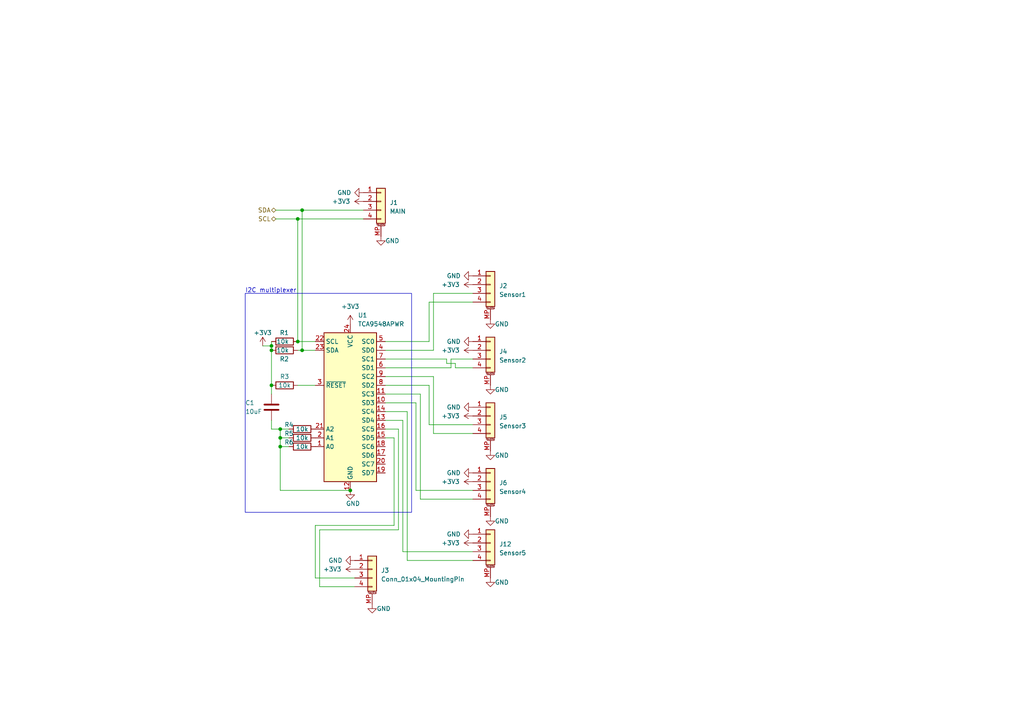
<source format=kicad_sch>
(kicad_sch (version 20230121) (generator eeschema)

  (uuid ed003948-a473-4077-9320-a344d219fd36)

  (paper "A4")

  (lib_symbols
    (symbol "Connector_Generic_MountingPin:Conn_01x04_MountingPin" (pin_names (offset 1.016) hide) (in_bom yes) (on_board yes)
      (property "Reference" "J" (at 0 5.08 0)
        (effects (font (size 1.27 1.27)))
      )
      (property "Value" "Conn_01x04_MountingPin" (at 1.27 -7.62 0)
        (effects (font (size 1.27 1.27)) (justify left))
      )
      (property "Footprint" "" (at 0 0 0)
        (effects (font (size 1.27 1.27)) hide)
      )
      (property "Datasheet" "~" (at 0 0 0)
        (effects (font (size 1.27 1.27)) hide)
      )
      (property "ki_keywords" "connector" (at 0 0 0)
        (effects (font (size 1.27 1.27)) hide)
      )
      (property "ki_description" "Generic connectable mounting pin connector, single row, 01x04, script generated (kicad-library-utils/schlib/autogen/connector/)" (at 0 0 0)
        (effects (font (size 1.27 1.27)) hide)
      )
      (property "ki_fp_filters" "Connector*:*_1x??-1MP*" (at 0 0 0)
        (effects (font (size 1.27 1.27)) hide)
      )
      (symbol "Conn_01x04_MountingPin_1_1"
        (rectangle (start -1.27 -4.953) (end 0 -5.207)
          (stroke (width 0.1524) (type default))
          (fill (type none))
        )
        (rectangle (start -1.27 -2.413) (end 0 -2.667)
          (stroke (width 0.1524) (type default))
          (fill (type none))
        )
        (rectangle (start -1.27 0.127) (end 0 -0.127)
          (stroke (width 0.1524) (type default))
          (fill (type none))
        )
        (rectangle (start -1.27 2.667) (end 0 2.413)
          (stroke (width 0.1524) (type default))
          (fill (type none))
        )
        (rectangle (start -1.27 3.81) (end 1.27 -6.35)
          (stroke (width 0.254) (type default))
          (fill (type background))
        )
        (polyline
          (pts
            (xy -1.016 -7.112)
            (xy 1.016 -7.112)
          )
          (stroke (width 0.1524) (type default))
          (fill (type none))
        )
        (text "Mounting" (at 0 -6.731 0)
          (effects (font (size 0.381 0.381)))
        )
        (pin passive line (at -5.08 2.54 0) (length 3.81)
          (name "Pin_1" (effects (font (size 1.27 1.27))))
          (number "1" (effects (font (size 1.27 1.27))))
        )
        (pin passive line (at -5.08 0 0) (length 3.81)
          (name "Pin_2" (effects (font (size 1.27 1.27))))
          (number "2" (effects (font (size 1.27 1.27))))
        )
        (pin passive line (at -5.08 -2.54 0) (length 3.81)
          (name "Pin_3" (effects (font (size 1.27 1.27))))
          (number "3" (effects (font (size 1.27 1.27))))
        )
        (pin passive line (at -5.08 -5.08 0) (length 3.81)
          (name "Pin_4" (effects (font (size 1.27 1.27))))
          (number "4" (effects (font (size 1.27 1.27))))
        )
        (pin passive line (at 0 -10.16 90) (length 3.048)
          (name "MountPin" (effects (font (size 1.27 1.27))))
          (number "MP" (effects (font (size 1.27 1.27))))
        )
      )
    )
    (symbol "Device:C" (pin_numbers hide) (pin_names (offset 0.254)) (in_bom yes) (on_board yes)
      (property "Reference" "C" (at 0.635 2.54 0)
        (effects (font (size 1.27 1.27)) (justify left))
      )
      (property "Value" "C" (at 0.635 -2.54 0)
        (effects (font (size 1.27 1.27)) (justify left))
      )
      (property "Footprint" "" (at 0.9652 -3.81 0)
        (effects (font (size 1.27 1.27)) hide)
      )
      (property "Datasheet" "~" (at 0 0 0)
        (effects (font (size 1.27 1.27)) hide)
      )
      (property "ki_keywords" "cap capacitor" (at 0 0 0)
        (effects (font (size 1.27 1.27)) hide)
      )
      (property "ki_description" "Unpolarized capacitor" (at 0 0 0)
        (effects (font (size 1.27 1.27)) hide)
      )
      (property "ki_fp_filters" "C_*" (at 0 0 0)
        (effects (font (size 1.27 1.27)) hide)
      )
      (symbol "C_0_1"
        (polyline
          (pts
            (xy -2.032 -0.762)
            (xy 2.032 -0.762)
          )
          (stroke (width 0.508) (type default))
          (fill (type none))
        )
        (polyline
          (pts
            (xy -2.032 0.762)
            (xy 2.032 0.762)
          )
          (stroke (width 0.508) (type default))
          (fill (type none))
        )
      )
      (symbol "C_1_1"
        (pin passive line (at 0 3.81 270) (length 2.794)
          (name "~" (effects (font (size 1.27 1.27))))
          (number "1" (effects (font (size 1.27 1.27))))
        )
        (pin passive line (at 0 -3.81 90) (length 2.794)
          (name "~" (effects (font (size 1.27 1.27))))
          (number "2" (effects (font (size 1.27 1.27))))
        )
      )
    )
    (symbol "Device:R" (pin_numbers hide) (pin_names (offset 0)) (in_bom yes) (on_board yes)
      (property "Reference" "R" (at 2.032 0 90)
        (effects (font (size 1.27 1.27)))
      )
      (property "Value" "R" (at 0 0 90)
        (effects (font (size 1.27 1.27)))
      )
      (property "Footprint" "" (at -1.778 0 90)
        (effects (font (size 1.27 1.27)) hide)
      )
      (property "Datasheet" "~" (at 0 0 0)
        (effects (font (size 1.27 1.27)) hide)
      )
      (property "ki_keywords" "R res resistor" (at 0 0 0)
        (effects (font (size 1.27 1.27)) hide)
      )
      (property "ki_description" "Resistor" (at 0 0 0)
        (effects (font (size 1.27 1.27)) hide)
      )
      (property "ki_fp_filters" "R_*" (at 0 0 0)
        (effects (font (size 1.27 1.27)) hide)
      )
      (symbol "R_0_1"
        (rectangle (start -1.016 -2.54) (end 1.016 2.54)
          (stroke (width 0.254) (type default))
          (fill (type none))
        )
      )
      (symbol "R_1_1"
        (pin passive line (at 0 3.81 270) (length 1.27)
          (name "~" (effects (font (size 1.27 1.27))))
          (number "1" (effects (font (size 1.27 1.27))))
        )
        (pin passive line (at 0 -3.81 90) (length 1.27)
          (name "~" (effects (font (size 1.27 1.27))))
          (number "2" (effects (font (size 1.27 1.27))))
        )
      )
    )
    (symbol "Interface_Expansion:TCA9548APWR" (in_bom yes) (on_board yes)
      (property "Reference" "U" (at -7.62 21.59 0)
        (effects (font (size 1.27 1.27)) (justify left))
      )
      (property "Value" "TCA9548APWR" (at 1.016 21.59 0)
        (effects (font (size 1.27 1.27)) (justify left))
      )
      (property "Footprint" "Package_SO:TSSOP-24_4.4x7.8mm_P0.65mm" (at 0 -25.4 0)
        (effects (font (size 1.27 1.27)) hide)
      )
      (property "Datasheet" "http://www.ti.com/lit/ds/symlink/tca9548a.pdf" (at 1.27 6.35 0)
        (effects (font (size 1.27 1.27)) hide)
      )
      (property "ki_keywords" "Low voltage 8-channel I2C switch with reset" (at 0 0 0)
        (effects (font (size 1.27 1.27)) hide)
      )
      (property "ki_description" "Low voltage 8-channel I2C switch with reset, TSSOP-24" (at 0 0 0)
        (effects (font (size 1.27 1.27)) hide)
      )
      (property "ki_fp_filters" "TSSOP*4.4x7.8mm*P0.65mm*" (at 0 0 0)
        (effects (font (size 1.27 1.27)) hide)
      )
      (symbol "TCA9548APWR_0_1"
        (rectangle (start -7.62 20.32) (end 7.62 -22.86)
          (stroke (width 0.254) (type default))
          (fill (type background))
        )
      )
      (symbol "TCA9548APWR_1_1"
        (pin input line (at -10.16 -12.7 0) (length 2.54)
          (name "A0" (effects (font (size 1.27 1.27))))
          (number "1" (effects (font (size 1.27 1.27))))
        )
        (pin bidirectional line (at 10.16 0 180) (length 2.54)
          (name "SD3" (effects (font (size 1.27 1.27))))
          (number "10" (effects (font (size 1.27 1.27))))
        )
        (pin output line (at 10.16 2.54 180) (length 2.54)
          (name "SC3" (effects (font (size 1.27 1.27))))
          (number "11" (effects (font (size 1.27 1.27))))
        )
        (pin power_in line (at 0 -25.4 90) (length 2.54)
          (name "GND" (effects (font (size 1.27 1.27))))
          (number "12" (effects (font (size 1.27 1.27))))
        )
        (pin bidirectional line (at 10.16 -5.08 180) (length 2.54)
          (name "SD4" (effects (font (size 1.27 1.27))))
          (number "13" (effects (font (size 1.27 1.27))))
        )
        (pin output line (at 10.16 -2.54 180) (length 2.54)
          (name "SC4" (effects (font (size 1.27 1.27))))
          (number "14" (effects (font (size 1.27 1.27))))
        )
        (pin bidirectional line (at 10.16 -10.16 180) (length 2.54)
          (name "SD5" (effects (font (size 1.27 1.27))))
          (number "15" (effects (font (size 1.27 1.27))))
        )
        (pin output line (at 10.16 -7.62 180) (length 2.54)
          (name "SC5" (effects (font (size 1.27 1.27))))
          (number "16" (effects (font (size 1.27 1.27))))
        )
        (pin bidirectional line (at 10.16 -15.24 180) (length 2.54)
          (name "SD6" (effects (font (size 1.27 1.27))))
          (number "17" (effects (font (size 1.27 1.27))))
        )
        (pin output line (at 10.16 -12.7 180) (length 2.54)
          (name "SC6" (effects (font (size 1.27 1.27))))
          (number "18" (effects (font (size 1.27 1.27))))
        )
        (pin bidirectional line (at 10.16 -20.32 180) (length 2.54)
          (name "SD7" (effects (font (size 1.27 1.27))))
          (number "19" (effects (font (size 1.27 1.27))))
        )
        (pin input line (at -10.16 -10.16 0) (length 2.54)
          (name "A1" (effects (font (size 1.27 1.27))))
          (number "2" (effects (font (size 1.27 1.27))))
        )
        (pin output line (at 10.16 -17.78 180) (length 2.54)
          (name "SC7" (effects (font (size 1.27 1.27))))
          (number "20" (effects (font (size 1.27 1.27))))
        )
        (pin input line (at -10.16 -7.62 0) (length 2.54)
          (name "A2" (effects (font (size 1.27 1.27))))
          (number "21" (effects (font (size 1.27 1.27))))
        )
        (pin input line (at -10.16 17.78 0) (length 2.54)
          (name "SCL" (effects (font (size 1.27 1.27))))
          (number "22" (effects (font (size 1.27 1.27))))
        )
        (pin bidirectional line (at -10.16 15.24 0) (length 2.54)
          (name "SDA" (effects (font (size 1.27 1.27))))
          (number "23" (effects (font (size 1.27 1.27))))
        )
        (pin power_in line (at 0 22.86 270) (length 2.54)
          (name "VCC" (effects (font (size 1.27 1.27))))
          (number "24" (effects (font (size 1.27 1.27))))
        )
        (pin input line (at -10.16 5.08 0) (length 2.54)
          (name "~{RESET}" (effects (font (size 1.27 1.27))))
          (number "3" (effects (font (size 1.27 1.27))))
        )
        (pin bidirectional line (at 10.16 15.24 180) (length 2.54)
          (name "SD0" (effects (font (size 1.27 1.27))))
          (number "4" (effects (font (size 1.27 1.27))))
        )
        (pin output line (at 10.16 17.78 180) (length 2.54)
          (name "SC0" (effects (font (size 1.27 1.27))))
          (number "5" (effects (font (size 1.27 1.27))))
        )
        (pin bidirectional line (at 10.16 10.16 180) (length 2.54)
          (name "SD1" (effects (font (size 1.27 1.27))))
          (number "6" (effects (font (size 1.27 1.27))))
        )
        (pin output line (at 10.16 12.7 180) (length 2.54)
          (name "SC1" (effects (font (size 1.27 1.27))))
          (number "7" (effects (font (size 1.27 1.27))))
        )
        (pin bidirectional line (at 10.16 5.08 180) (length 2.54)
          (name "SD2" (effects (font (size 1.27 1.27))))
          (number "8" (effects (font (size 1.27 1.27))))
        )
        (pin output line (at 10.16 7.62 180) (length 2.54)
          (name "SC2" (effects (font (size 1.27 1.27))))
          (number "9" (effects (font (size 1.27 1.27))))
        )
      )
    )
    (symbol "power:+3V3" (power) (pin_names (offset 0)) (in_bom yes) (on_board yes)
      (property "Reference" "#PWR" (at 0 -3.81 0)
        (effects (font (size 1.27 1.27)) hide)
      )
      (property "Value" "+3V3" (at 0 3.556 0)
        (effects (font (size 1.27 1.27)))
      )
      (property "Footprint" "" (at 0 0 0)
        (effects (font (size 1.27 1.27)) hide)
      )
      (property "Datasheet" "" (at 0 0 0)
        (effects (font (size 1.27 1.27)) hide)
      )
      (property "ki_keywords" "global power" (at 0 0 0)
        (effects (font (size 1.27 1.27)) hide)
      )
      (property "ki_description" "Power symbol creates a global label with name \"+3V3\"" (at 0 0 0)
        (effects (font (size 1.27 1.27)) hide)
      )
      (symbol "+3V3_0_1"
        (polyline
          (pts
            (xy -0.762 1.27)
            (xy 0 2.54)
          )
          (stroke (width 0) (type default))
          (fill (type none))
        )
        (polyline
          (pts
            (xy 0 0)
            (xy 0 2.54)
          )
          (stroke (width 0) (type default))
          (fill (type none))
        )
        (polyline
          (pts
            (xy 0 2.54)
            (xy 0.762 1.27)
          )
          (stroke (width 0) (type default))
          (fill (type none))
        )
      )
      (symbol "+3V3_1_1"
        (pin power_in line (at 0 0 90) (length 0) hide
          (name "+3V3" (effects (font (size 1.27 1.27))))
          (number "1" (effects (font (size 1.27 1.27))))
        )
      )
    )
    (symbol "power:GND" (power) (pin_names (offset 0)) (in_bom yes) (on_board yes)
      (property "Reference" "#PWR" (at 0 -6.35 0)
        (effects (font (size 1.27 1.27)) hide)
      )
      (property "Value" "GND" (at 0 -3.81 0)
        (effects (font (size 1.27 1.27)))
      )
      (property "Footprint" "" (at 0 0 0)
        (effects (font (size 1.27 1.27)) hide)
      )
      (property "Datasheet" "" (at 0 0 0)
        (effects (font (size 1.27 1.27)) hide)
      )
      (property "ki_keywords" "global power" (at 0 0 0)
        (effects (font (size 1.27 1.27)) hide)
      )
      (property "ki_description" "Power symbol creates a global label with name \"GND\" , ground" (at 0 0 0)
        (effects (font (size 1.27 1.27)) hide)
      )
      (symbol "GND_0_1"
        (polyline
          (pts
            (xy 0 0)
            (xy 0 -1.27)
            (xy 1.27 -1.27)
            (xy 0 -2.54)
            (xy -1.27 -1.27)
            (xy 0 -1.27)
          )
          (stroke (width 0) (type default))
          (fill (type none))
        )
      )
      (symbol "GND_1_1"
        (pin power_in line (at 0 0 270) (length 0) hide
          (name "GND" (effects (font (size 1.27 1.27))))
          (number "1" (effects (font (size 1.27 1.27))))
        )
      )
    )
  )

  (junction (at 78.74 101.6) (diameter 0) (color 0 0 0 0)
    (uuid 16fdcffe-63e9-47db-9c13-72f7ec7310d8)
  )
  (junction (at 87.63 60.96) (diameter 0) (color 0 0 0 0)
    (uuid 23daecd6-0e94-49fa-8f9d-712891842adb)
  )
  (junction (at 81.28 129.54) (diameter 0) (color 0 0 0 0)
    (uuid 27d780ee-b5b1-4e42-a799-d0dd9ed8db46)
  )
  (junction (at 87.63 101.6) (diameter 0) (color 0 0 0 0)
    (uuid 2daeb39c-88d2-4980-943a-b83937ecf58d)
  )
  (junction (at 86.36 63.5) (diameter 0) (color 0 0 0 0)
    (uuid 2f9251fb-6bba-49a7-896c-25caee5de50a)
  )
  (junction (at 78.74 100.33) (diameter 0) (color 0 0 0 0)
    (uuid 33a073fc-e6e1-4275-adee-cf929973f29f)
  )
  (junction (at 81.28 127) (diameter 0) (color 0 0 0 0)
    (uuid 52e575f0-c0b6-469b-a6e8-d263407d41f1)
  )
  (junction (at 81.28 124.46) (diameter 0) (color 0 0 0 0)
    (uuid babef8d4-cd37-440e-94ca-cde1df0ebc5d)
  )
  (junction (at 86.36 99.06) (diameter 0) (color 0 0 0 0)
    (uuid c2b1bc4f-53af-4570-a639-bb03f4aebeac)
  )
  (junction (at 78.74 111.76) (diameter 0) (color 0 0 0 0)
    (uuid e644b8f3-ddde-4697-bbc1-9bd0fbf24f92)
  )
  (junction (at 101.6 142.24) (diameter 0) (color 0 0 0 0)
    (uuid f429be1c-845f-4610-acb1-118afe692b47)
  )

  (wire (pts (xy 78.74 121.92) (xy 78.74 124.46))
    (stroke (width 0) (type default))
    (uuid 00123d4d-b097-4d8e-8f5f-41bbd6fd4c28)
  )
  (wire (pts (xy 86.36 63.5) (xy 86.36 99.06))
    (stroke (width 0) (type default))
    (uuid 0332dd10-88c1-4afc-9628-bcb3f7581c12)
  )
  (wire (pts (xy 121.92 144.78) (xy 137.16 144.78))
    (stroke (width 0) (type default))
    (uuid 03343494-7ccf-4d34-8ccb-c6fbbd75b497)
  )
  (wire (pts (xy 125.73 85.09) (xy 137.16 85.09))
    (stroke (width 0) (type default))
    (uuid 055a765f-e0d2-4648-b260-eca78f7a5080)
  )
  (wire (pts (xy 114.3 127) (xy 114.3 152.4))
    (stroke (width 0) (type default))
    (uuid 06c4350e-3403-441a-9b76-a63f72d0d2f3)
  )
  (wire (pts (xy 118.11 119.38) (xy 118.11 162.56))
    (stroke (width 0) (type default))
    (uuid 0f4e45b2-2a0d-48df-b9dd-09b1cb955669)
  )
  (wire (pts (xy 81.28 142.24) (xy 101.6 142.24))
    (stroke (width 0) (type default))
    (uuid 10ba87dd-c920-439c-b682-8c31182b01f6)
  )
  (wire (pts (xy 114.3 152.4) (xy 91.44 152.4))
    (stroke (width 0) (type default))
    (uuid 195c082f-3960-4e41-8b35-4ef55c989a8c)
  )
  (wire (pts (xy 87.63 60.96) (xy 87.63 101.6))
    (stroke (width 0) (type default))
    (uuid 1ddee5eb-b16a-4fdb-89fa-981ceedc9cc8)
  )
  (wire (pts (xy 81.28 124.46) (xy 81.28 127))
    (stroke (width 0) (type default))
    (uuid 27b62c9d-65ac-470d-beee-1c8b50eb8574)
  )
  (wire (pts (xy 111.76 99.06) (xy 124.46 99.06))
    (stroke (width 0) (type default))
    (uuid 2b8e5395-facc-42ab-ab07-60bc7b43fd7b)
  )
  (wire (pts (xy 92.71 153.67) (xy 92.71 170.18))
    (stroke (width 0) (type default))
    (uuid 3958bf1e-7e8b-42ff-95ce-dc40d4d043cd)
  )
  (wire (pts (xy 120.65 142.24) (xy 137.16 142.24))
    (stroke (width 0) (type default))
    (uuid 39e3cf48-fef8-4ff4-8e70-60b767b7088c)
  )
  (wire (pts (xy 91.44 152.4) (xy 91.44 167.64))
    (stroke (width 0) (type default))
    (uuid 3b70cd11-6568-4e9a-8ffd-25d7314d2722)
  )
  (wire (pts (xy 132.08 106.68) (xy 137.16 106.68))
    (stroke (width 0) (type default))
    (uuid 3f198b18-471c-4eb7-ad63-96f6fb1b2c7b)
  )
  (wire (pts (xy 124.46 87.63) (xy 137.16 87.63))
    (stroke (width 0) (type default))
    (uuid 46cae2c1-69c1-402d-bf3e-02c4b4262098)
  )
  (wire (pts (xy 78.74 124.46) (xy 81.28 124.46))
    (stroke (width 0) (type default))
    (uuid 4b0867f8-064f-4b2e-ad3d-1d5b0c9fbfbe)
  )
  (wire (pts (xy 111.76 127) (xy 114.3 127))
    (stroke (width 0) (type default))
    (uuid 50375b8b-8580-47fc-9dfe-61eaef97133f)
  )
  (wire (pts (xy 111.76 109.22) (xy 125.73 109.22))
    (stroke (width 0) (type default))
    (uuid 504ffc13-057f-4f7a-b317-7f590a176753)
  )
  (wire (pts (xy 124.46 111.76) (xy 124.46 123.19))
    (stroke (width 0) (type default))
    (uuid 512633e5-974b-4c2e-afc5-b18df1e9d55f)
  )
  (wire (pts (xy 129.54 105.41) (xy 132.08 105.41))
    (stroke (width 0) (type default))
    (uuid 52b6718e-66ca-4074-9224-738cd6245af7)
  )
  (wire (pts (xy 111.76 116.84) (xy 120.65 116.84))
    (stroke (width 0) (type default))
    (uuid 57f9a04f-a90f-4950-a18f-cf63fe45f160)
  )
  (wire (pts (xy 116.84 121.92) (xy 116.84 160.02))
    (stroke (width 0) (type default))
    (uuid 59177e43-9d29-498a-b565-b5f0642226a6)
  )
  (wire (pts (xy 120.65 116.84) (xy 120.65 142.24))
    (stroke (width 0) (type default))
    (uuid 599f776f-1bc5-45c4-9546-d25b2f61a20e)
  )
  (wire (pts (xy 130.81 106.68) (xy 130.81 104.14))
    (stroke (width 0) (type default))
    (uuid 5a339867-96ac-47a1-b869-ef79dc001c63)
  )
  (wire (pts (xy 78.74 99.06) (xy 78.74 100.33))
    (stroke (width 0) (type default))
    (uuid 5c5860c6-c157-4984-a9e2-b763c0e0583c)
  )
  (wire (pts (xy 91.44 167.64) (xy 102.87 167.64))
    (stroke (width 0) (type default))
    (uuid 64c45080-731a-4352-9cb1-107b367f0557)
  )
  (wire (pts (xy 81.28 127) (xy 83.82 127))
    (stroke (width 0) (type default))
    (uuid 6531d438-d8f5-46e5-b6e4-e27a278533cc)
  )
  (wire (pts (xy 115.57 124.46) (xy 115.57 153.67))
    (stroke (width 0) (type default))
    (uuid 6b2bea06-6ee6-44b6-8abb-06e5546ca751)
  )
  (wire (pts (xy 83.82 124.46) (xy 81.28 124.46))
    (stroke (width 0) (type default))
    (uuid 71581952-922a-459b-b473-57e92a6e8f41)
  )
  (wire (pts (xy 78.74 111.76) (xy 78.74 101.6))
    (stroke (width 0) (type default))
    (uuid 743d4cd8-4308-4d07-9bf4-dd404f459164)
  )
  (wire (pts (xy 86.36 63.5) (xy 105.41 63.5))
    (stroke (width 0) (type default))
    (uuid 7669b514-f644-48d2-89df-6dd146f4221f)
  )
  (wire (pts (xy 78.74 100.33) (xy 78.74 101.6))
    (stroke (width 0) (type default))
    (uuid 76b64095-f480-456f-9396-b05a813b487a)
  )
  (wire (pts (xy 81.28 129.54) (xy 81.28 142.24))
    (stroke (width 0) (type default))
    (uuid 82089e41-dbd3-4802-9c0c-aa24ee024983)
  )
  (wire (pts (xy 111.76 114.3) (xy 121.92 114.3))
    (stroke (width 0) (type default))
    (uuid 83396e2f-3c28-462f-8303-50ec93d205ca)
  )
  (wire (pts (xy 115.57 153.67) (xy 92.71 153.67))
    (stroke (width 0) (type default))
    (uuid 85098607-7be1-48ce-a4e0-dbbaf2204f74)
  )
  (wire (pts (xy 118.11 162.56) (xy 137.16 162.56))
    (stroke (width 0) (type default))
    (uuid 8ab841f5-102b-4c12-82af-7945906d416d)
  )
  (wire (pts (xy 83.82 129.54) (xy 81.28 129.54))
    (stroke (width 0) (type default))
    (uuid 8d70d58c-b9a5-4b42-a60d-4febbabe41e2)
  )
  (wire (pts (xy 116.84 160.02) (xy 137.16 160.02))
    (stroke (width 0) (type default))
    (uuid 8ea70979-e99e-472e-99ba-260818e72088)
  )
  (wire (pts (xy 80.01 60.96) (xy 87.63 60.96))
    (stroke (width 0) (type default))
    (uuid 910fddc1-821b-46cc-aec1-3e0a7d3972ca)
  )
  (wire (pts (xy 132.08 105.41) (xy 132.08 106.68))
    (stroke (width 0) (type default))
    (uuid 92772dbe-340f-4a35-91ac-fc266193aa31)
  )
  (wire (pts (xy 124.46 123.19) (xy 137.16 123.19))
    (stroke (width 0) (type default))
    (uuid 9362ad8c-e3cf-4751-a401-b3874e5e9cdb)
  )
  (wire (pts (xy 125.73 125.73) (xy 137.16 125.73))
    (stroke (width 0) (type default))
    (uuid 9ba54c84-8cfb-418a-815d-ff55c39a640e)
  )
  (wire (pts (xy 124.46 99.06) (xy 124.46 87.63))
    (stroke (width 0) (type default))
    (uuid 9de0afe2-12c2-41cd-a9b6-55397377aa95)
  )
  (wire (pts (xy 111.76 111.76) (xy 124.46 111.76))
    (stroke (width 0) (type default))
    (uuid a816ed59-71a2-429e-a9e5-d639bdbfd798)
  )
  (wire (pts (xy 111.76 119.38) (xy 118.11 119.38))
    (stroke (width 0) (type default))
    (uuid aa7d330b-b410-4d00-9739-aa24be591c5f)
  )
  (wire (pts (xy 86.36 101.6) (xy 87.63 101.6))
    (stroke (width 0) (type default))
    (uuid ac9b799e-6d36-474e-97c1-970ddb724b74)
  )
  (wire (pts (xy 87.63 60.96) (xy 105.41 60.96))
    (stroke (width 0) (type default))
    (uuid acaddc81-e774-4203-afc4-db2f22239787)
  )
  (wire (pts (xy 111.76 106.68) (xy 130.81 106.68))
    (stroke (width 0) (type default))
    (uuid b0590ffa-b508-429a-a81e-de18ab845e4b)
  )
  (wire (pts (xy 130.81 104.14) (xy 137.16 104.14))
    (stroke (width 0) (type default))
    (uuid b30c00e2-12fa-4ce2-8359-3f39aaedcf71)
  )
  (wire (pts (xy 86.36 99.06) (xy 91.44 99.06))
    (stroke (width 0) (type default))
    (uuid b5559a54-d8fc-4d68-a616-8c63569ba713)
  )
  (wire (pts (xy 80.01 63.5) (xy 86.36 63.5))
    (stroke (width 0) (type default))
    (uuid b84d2884-104a-48b7-8761-d9ee4b8ea295)
  )
  (wire (pts (xy 111.76 121.92) (xy 116.84 121.92))
    (stroke (width 0) (type default))
    (uuid b8f6db3c-0e70-40aa-b98e-7e8e44585eee)
  )
  (wire (pts (xy 129.54 104.14) (xy 129.54 105.41))
    (stroke (width 0) (type default))
    (uuid ba678348-e74f-4f2c-b9f5-7c37b21d0190)
  )
  (wire (pts (xy 111.76 104.14) (xy 129.54 104.14))
    (stroke (width 0) (type default))
    (uuid c0cecaf4-fd98-46b2-aa7e-4861078a6a86)
  )
  (wire (pts (xy 111.76 101.6) (xy 125.73 101.6))
    (stroke (width 0) (type default))
    (uuid c1f68fc3-da81-4908-9429-cd72a112050b)
  )
  (wire (pts (xy 81.28 127) (xy 81.28 129.54))
    (stroke (width 0) (type default))
    (uuid c3ffb0ca-37d0-4f5e-839f-cf8c036fddd2)
  )
  (wire (pts (xy 111.76 124.46) (xy 115.57 124.46))
    (stroke (width 0) (type default))
    (uuid c68b0c3b-da48-4218-b9e7-b643dd22cef6)
  )
  (wire (pts (xy 125.73 109.22) (xy 125.73 125.73))
    (stroke (width 0) (type default))
    (uuid d08eb191-5742-4c3d-afc3-de8eb3a0e67d)
  )
  (wire (pts (xy 86.36 111.76) (xy 91.44 111.76))
    (stroke (width 0) (type default))
    (uuid d3107fd0-d5a6-4cf6-b15f-b62a61cb18c9)
  )
  (wire (pts (xy 92.71 170.18) (xy 102.87 170.18))
    (stroke (width 0) (type default))
    (uuid d70836f9-3e8a-4ab8-9342-63488c0bbd74)
  )
  (wire (pts (xy 121.92 114.3) (xy 121.92 144.78))
    (stroke (width 0) (type default))
    (uuid d7c684fa-38d3-4628-a4b5-f74bc86f7354)
  )
  (wire (pts (xy 87.63 101.6) (xy 91.44 101.6))
    (stroke (width 0) (type default))
    (uuid e25c49f5-ac6d-4122-8aab-dfae8c41f873)
  )
  (wire (pts (xy 76.2 100.33) (xy 78.74 100.33))
    (stroke (width 0) (type default))
    (uuid ef7b4f7e-72fc-4fdb-9658-405efeb72210)
  )
  (wire (pts (xy 125.73 101.6) (xy 125.73 85.09))
    (stroke (width 0) (type default))
    (uuid f4d6d5ba-eff8-45f1-8963-6ae1a224597d)
  )
  (wire (pts (xy 78.74 111.76) (xy 78.74 114.3))
    (stroke (width 0) (type default))
    (uuid f56617a6-e897-4503-a3d0-9b112f6fbcac)
  )

  (rectangle (start 71.12 85.09) (end 119.38 148.59)
    (stroke (width 0) (type default))
    (fill (type none))
    (uuid 6ad95691-a57b-4c91-9bb6-cac9d6d7d1e8)
  )

  (text "I2C multiplexer" (at 71.12 85.09 0)
    (effects (font (size 1.27 1.27)) (justify left bottom))
    (uuid 663fb0c6-d8c9-473d-ae41-8e1884b618f5)
  )

  (hierarchical_label "SCL" (shape bidirectional) (at 80.01 63.5 180) (fields_autoplaced)
    (effects (font (size 1.27 1.27)) (justify right))
    (uuid 1ad0efce-b9cf-437e-8607-9be9a497d165)
  )
  (hierarchical_label "SDA" (shape bidirectional) (at 80.01 60.96 180) (fields_autoplaced)
    (effects (font (size 1.27 1.27)) (justify right))
    (uuid 8fc4faf3-1c40-4de5-8155-3289eca6f406)
  )

  (symbol (lib_id "power:GND") (at 137.16 80.01 270) (unit 1)
    (in_bom yes) (on_board yes) (dnp no)
    (uuid 036a2936-7aa0-462d-8f77-e47650278316)
    (property "Reference" "#PWR030" (at 130.81 80.01 0)
      (effects (font (size 1.27 1.27)) hide)
    )
    (property "Value" "GND" (at 129.54 80.01 90)
      (effects (font (size 1.27 1.27)) (justify left))
    )
    (property "Footprint" "" (at 137.16 80.01 0)
      (effects (font (size 1.27 1.27)) hide)
    )
    (property "Datasheet" "" (at 137.16 80.01 0)
      (effects (font (size 1.27 1.27)) hide)
    )
    (pin "1" (uuid aba0a85a-022e-4875-80c6-58a3d39e58f3))
    (instances
      (project "Robotska roka"
        (path "/bdf22c8f-9e15-4108-b2ec-b64a829a0d47"
          (reference "#PWR030") (unit 1)
        )
        (path "/bdf22c8f-9e15-4108-b2ec-b64a829a0d47/f18c9445-9b58-4aaf-870e-092762fb1c96"
          (reference "#PWR0310") (unit 1)
        )
      )
    )
  )

  (symbol (lib_id "power:GND") (at 142.24 111.76 0) (unit 1)
    (in_bom yes) (on_board yes) (dnp no)
    (uuid 09b19493-b190-410d-9f03-7d02e79b6611)
    (property "Reference" "#PWR031" (at 142.24 118.11 0)
      (effects (font (size 1.27 1.27)) hide)
    )
    (property "Value" "GND" (at 143.51 113.03 0)
      (effects (font (size 1.27 1.27)) (justify left))
    )
    (property "Footprint" "" (at 142.24 111.76 0)
      (effects (font (size 1.27 1.27)) hide)
    )
    (property "Datasheet" "" (at 142.24 111.76 0)
      (effects (font (size 1.27 1.27)) hide)
    )
    (pin "1" (uuid e8c94aef-72d9-473b-9b2f-0f2038d3d588))
    (instances
      (project "Robotska roka"
        (path "/bdf22c8f-9e15-4108-b2ec-b64a829a0d47"
          (reference "#PWR031") (unit 1)
        )
        (path "/bdf22c8f-9e15-4108-b2ec-b64a829a0d47/f18c9445-9b58-4aaf-870e-092762fb1c96"
          (reference "#PWR0321") (unit 1)
        )
      )
    )
  )

  (symbol (lib_id "power:GND") (at 101.6 142.24 0) (unit 1)
    (in_bom yes) (on_board yes) (dnp no)
    (uuid 0d2900ea-c96f-459a-8405-a56a5221d3ae)
    (property "Reference" "#PWR023" (at 101.6 148.59 0)
      (effects (font (size 1.27 1.27)) hide)
    )
    (property "Value" "GND" (at 100.33 146.05 0)
      (effects (font (size 1.27 1.27)) (justify left))
    )
    (property "Footprint" "" (at 101.6 142.24 0)
      (effects (font (size 1.27 1.27)) hide)
    )
    (property "Datasheet" "" (at 101.6 142.24 0)
      (effects (font (size 1.27 1.27)) hide)
    )
    (pin "1" (uuid 37ea27f8-157a-4281-b292-0b7b2425ae42))
    (instances
      (project "Robotska roka"
        (path "/bdf22c8f-9e15-4108-b2ec-b64a829a0d47"
          (reference "#PWR023") (unit 1)
        )
        (path "/bdf22c8f-9e15-4108-b2ec-b64a829a0d47/f18c9445-9b58-4aaf-870e-092762fb1c96"
          (reference "#PWR0303") (unit 1)
        )
      )
    )
  )

  (symbol (lib_id "power:GND") (at 142.24 149.86 0) (unit 1)
    (in_bom yes) (on_board yes) (dnp no)
    (uuid 1977f911-f738-4857-974d-c0c5b9d4273d)
    (property "Reference" "#PWR037" (at 142.24 156.21 0)
      (effects (font (size 1.27 1.27)) hide)
    )
    (property "Value" "GND" (at 143.51 151.13 0)
      (effects (font (size 1.27 1.27)) (justify left))
    )
    (property "Footprint" "" (at 142.24 149.86 0)
      (effects (font (size 1.27 1.27)) hide)
    )
    (property "Datasheet" "" (at 142.24 149.86 0)
      (effects (font (size 1.27 1.27)) hide)
    )
    (pin "1" (uuid 163dafb6-f695-47b0-bd5d-e55387c0cd40))
    (instances
      (project "Robotska roka"
        (path "/bdf22c8f-9e15-4108-b2ec-b64a829a0d47"
          (reference "#PWR037") (unit 1)
        )
        (path "/bdf22c8f-9e15-4108-b2ec-b64a829a0d47/f18c9445-9b58-4aaf-870e-092762fb1c96"
          (reference "#PWR0323") (unit 1)
        )
      )
    )
  )

  (symbol (lib_id "Device:C") (at 78.74 118.11 0) (unit 1)
    (in_bom yes) (on_board yes) (dnp no)
    (uuid 1ca9327c-17e3-4ea6-a2aa-d241e1f59041)
    (property "Reference" "C1" (at 71.12 116.84 0)
      (effects (font (size 1.27 1.27)) (justify left))
    )
    (property "Value" "10uF" (at 71.12 119.38 0)
      (effects (font (size 1.27 1.27)) (justify left))
    )
    (property "Footprint" "Capacitor_SMD:C_0805_2012Metric_Pad1.18x1.45mm_HandSolder" (at 79.7052 121.92 0)
      (effects (font (size 1.27 1.27)) hide)
    )
    (property "Datasheet" "~" (at 78.74 118.11 0)
      (effects (font (size 1.27 1.27)) hide)
    )
    (pin "1" (uuid 6f6f4fc3-d2b8-4422-b218-1120e1c2adc2))
    (pin "2" (uuid 9ca9b6ad-3bdb-438c-8f4e-3f790ef3e611))
    (instances
      (project "Robotska roka"
        (path "/bdf22c8f-9e15-4108-b2ec-b64a829a0d47"
          (reference "C1") (unit 1)
        )
        (path "/bdf22c8f-9e15-4108-b2ec-b64a829a0d47/f18c9445-9b58-4aaf-870e-092762fb1c96"
          (reference "C301") (unit 1)
        )
      )
    )
  )

  (symbol (lib_id "power:GND") (at 137.16 99.06 270) (unit 1)
    (in_bom yes) (on_board yes) (dnp no)
    (uuid 1cd58216-d5c4-41d9-8fe4-4f6bf30db084)
    (property "Reference" "#PWR027" (at 130.81 99.06 0)
      (effects (font (size 1.27 1.27)) hide)
    )
    (property "Value" "GND" (at 129.54 99.06 90)
      (effects (font (size 1.27 1.27)) (justify left))
    )
    (property "Footprint" "" (at 137.16 99.06 0)
      (effects (font (size 1.27 1.27)) hide)
    )
    (property "Datasheet" "" (at 137.16 99.06 0)
      (effects (font (size 1.27 1.27)) hide)
    )
    (pin "1" (uuid c03f17a0-e7e2-4ee4-8909-ec9ff75bd8b5))
    (instances
      (project "Robotska roka"
        (path "/bdf22c8f-9e15-4108-b2ec-b64a829a0d47"
          (reference "#PWR027") (unit 1)
        )
        (path "/bdf22c8f-9e15-4108-b2ec-b64a829a0d47/f18c9445-9b58-4aaf-870e-092762fb1c96"
          (reference "#PWR0312") (unit 1)
        )
      )
    )
  )

  (symbol (lib_id "power:GND") (at 102.87 162.56 270) (unit 1)
    (in_bom yes) (on_board yes) (dnp no)
    (uuid 1e3860c9-9bdc-4616-ac68-c64bd665be64)
    (property "Reference" "#PWR042" (at 96.52 162.56 0)
      (effects (font (size 1.27 1.27)) hide)
    )
    (property "Value" "GND" (at 95.25 162.56 90)
      (effects (font (size 1.27 1.27)) (justify left))
    )
    (property "Footprint" "" (at 102.87 162.56 0)
      (effects (font (size 1.27 1.27)) hide)
    )
    (property "Datasheet" "" (at 102.87 162.56 0)
      (effects (font (size 1.27 1.27)) hide)
    )
    (pin "1" (uuid 3ad116e6-131a-4524-8363-a3eedb61a84a))
    (instances
      (project "Robotska roka"
        (path "/bdf22c8f-9e15-4108-b2ec-b64a829a0d47"
          (reference "#PWR042") (unit 1)
        )
        (path "/bdf22c8f-9e15-4108-b2ec-b64a829a0d47/f18c9445-9b58-4aaf-870e-092762fb1c96"
          (reference "#PWR0304") (unit 1)
        )
      )
    )
  )

  (symbol (lib_id "power:+3V3") (at 137.16 120.65 90) (unit 1)
    (in_bom yes) (on_board yes) (dnp no) (fields_autoplaced)
    (uuid 224f69dc-5718-4644-afb8-851917e7c663)
    (property "Reference" "#PWR033" (at 140.97 120.65 0)
      (effects (font (size 1.27 1.27)) hide)
    )
    (property "Value" "+3V3" (at 133.35 120.65 90)
      (effects (font (size 1.27 1.27)) (justify left))
    )
    (property "Footprint" "" (at 137.16 120.65 0)
      (effects (font (size 1.27 1.27)) hide)
    )
    (property "Datasheet" "" (at 137.16 120.65 0)
      (effects (font (size 1.27 1.27)) hide)
    )
    (pin "1" (uuid e3316373-0028-4209-8966-6c22037305eb))
    (instances
      (project "Robotska roka"
        (path "/bdf22c8f-9e15-4108-b2ec-b64a829a0d47"
          (reference "#PWR033") (unit 1)
        )
        (path "/bdf22c8f-9e15-4108-b2ec-b64a829a0d47/f18c9445-9b58-4aaf-870e-092762fb1c96"
          (reference "#PWR0315") (unit 1)
        )
      )
    )
  )

  (symbol (lib_id "Device:R") (at 87.63 124.46 90) (unit 1)
    (in_bom yes) (on_board yes) (dnp no)
    (uuid 251ab297-e71f-4555-a5d8-b924b472df77)
    (property "Reference" "R4" (at 83.82 123.19 90)
      (effects (font (size 1.27 1.27)))
    )
    (property "Value" "10k" (at 87.63 124.46 90)
      (effects (font (size 1.27 1.27)))
    )
    (property "Footprint" "Resistor_SMD:R_0603_1608Metric_Pad0.98x0.95mm_HandSolder" (at 87.63 126.238 90)
      (effects (font (size 1.27 1.27)) hide)
    )
    (property "Datasheet" "~" (at 87.63 124.46 0)
      (effects (font (size 1.27 1.27)) hide)
    )
    (pin "1" (uuid 8373c74d-ff44-4f0a-850b-ffc3d30d3a65))
    (pin "2" (uuid 95353fef-7bb9-4fd7-8ae3-940449dcde16))
    (instances
      (project "Robotska roka"
        (path "/bdf22c8f-9e15-4108-b2ec-b64a829a0d47"
          (reference "R4") (unit 1)
        )
        (path "/bdf22c8f-9e15-4108-b2ec-b64a829a0d47/f18c9445-9b58-4aaf-870e-092762fb1c96"
          (reference "R304") (unit 1)
        )
      )
    )
  )

  (symbol (lib_id "power:GND") (at 110.49 68.58 0) (unit 1)
    (in_bom yes) (on_board yes) (dnp no)
    (uuid 31077a4d-b928-484d-afc1-71e25d1d5844)
    (property "Reference" "#PWR039" (at 110.49 74.93 0)
      (effects (font (size 1.27 1.27)) hide)
    )
    (property "Value" "GND" (at 111.76 69.85 0)
      (effects (font (size 1.27 1.27)) (justify left))
    )
    (property "Footprint" "" (at 110.49 68.58 0)
      (effects (font (size 1.27 1.27)) hide)
    )
    (property "Datasheet" "" (at 110.49 68.58 0)
      (effects (font (size 1.27 1.27)) hide)
    )
    (pin "1" (uuid 15648c01-89d6-4d35-976e-1594dcc5a04f))
    (instances
      (project "Robotska roka"
        (path "/bdf22c8f-9e15-4108-b2ec-b64a829a0d47"
          (reference "#PWR039") (unit 1)
        )
        (path "/bdf22c8f-9e15-4108-b2ec-b64a829a0d47/f18c9445-9b58-4aaf-870e-092762fb1c96"
          (reference "#PWR0309") (unit 1)
        )
      )
    )
  )

  (symbol (lib_id "Connector_Generic_MountingPin:Conn_01x04_MountingPin") (at 142.24 82.55 0) (unit 1)
    (in_bom yes) (on_board yes) (dnp no) (fields_autoplaced)
    (uuid 3d97c0ab-a4bf-4e75-8119-3d169745a2e6)
    (property "Reference" "J2" (at 144.78 82.9056 0)
      (effects (font (size 1.27 1.27)) (justify left))
    )
    (property "Value" "Sensor1" (at 144.78 85.4456 0)
      (effects (font (size 1.27 1.27)) (justify left))
    )
    (property "Footprint" "Connector_JST:JST_SH_SM04B-SRSS-TB_1x04-1MP_P1.00mm_Horizontal" (at 142.24 82.55 0)
      (effects (font (size 1.27 1.27)) hide)
    )
    (property "Datasheet" "~" (at 142.24 82.55 0)
      (effects (font (size 1.27 1.27)) hide)
    )
    (pin "1" (uuid e2979a3e-dce6-4bf2-b74d-d4af9320cf0d))
    (pin "2" (uuid 37e73275-1cf1-4deb-9e73-f67e33401799))
    (pin "3" (uuid 4b191ab8-b9c8-409b-8d5b-26e0d97a493a))
    (pin "4" (uuid d900c4ae-2bce-442d-9a84-62412ea29e71))
    (pin "MP" (uuid 0138792a-49b6-4ea0-8094-635a5ccd6a92))
    (instances
      (project "Robotska roka"
        (path "/bdf22c8f-9e15-4108-b2ec-b64a829a0d47"
          (reference "J2") (unit 1)
        )
        (path "/bdf22c8f-9e15-4108-b2ec-b64a829a0d47/f18c9445-9b58-4aaf-870e-092762fb1c96"
          (reference "J303") (unit 1)
        )
      )
    )
  )

  (symbol (lib_id "power:GND") (at 107.95 175.26 0) (unit 1)
    (in_bom yes) (on_board yes) (dnp no)
    (uuid 3e527cfc-2f61-4b65-8489-5f1f45ca2d25)
    (property "Reference" "#PWR044" (at 107.95 181.61 0)
      (effects (font (size 1.27 1.27)) hide)
    )
    (property "Value" "GND" (at 109.22 176.53 0)
      (effects (font (size 1.27 1.27)) (justify left))
    )
    (property "Footprint" "" (at 107.95 175.26 0)
      (effects (font (size 1.27 1.27)) hide)
    )
    (property "Datasheet" "" (at 107.95 175.26 0)
      (effects (font (size 1.27 1.27)) hide)
    )
    (pin "1" (uuid 8544a6f3-74d5-471a-a404-f83ef2a5f69b))
    (instances
      (project "Robotska roka"
        (path "/bdf22c8f-9e15-4108-b2ec-b64a829a0d47"
          (reference "#PWR044") (unit 1)
        )
        (path "/bdf22c8f-9e15-4108-b2ec-b64a829a0d47/f18c9445-9b58-4aaf-870e-092762fb1c96"
          (reference "#PWR0308") (unit 1)
        )
      )
    )
  )

  (symbol (lib_id "Connector_Generic_MountingPin:Conn_01x04_MountingPin") (at 107.95 165.1 0) (unit 1)
    (in_bom yes) (on_board yes) (dnp no) (fields_autoplaced)
    (uuid 42ab29f7-617a-4320-a707-2ee12b3ef8fe)
    (property "Reference" "J3" (at 110.49 165.4556 0)
      (effects (font (size 1.27 1.27)) (justify left))
    )
    (property "Value" "Conn_01x04_MountingPin" (at 110.49 167.9956 0)
      (effects (font (size 1.27 1.27)) (justify left))
    )
    (property "Footprint" "Connector_JST:JST_SH_SM04B-SRSS-TB_1x04-1MP_P1.00mm_Horizontal" (at 107.95 165.1 0)
      (effects (font (size 1.27 1.27)) hide)
    )
    (property "Datasheet" "~" (at 107.95 165.1 0)
      (effects (font (size 1.27 1.27)) hide)
    )
    (pin "1" (uuid 686b69dc-f04b-4608-8418-1586ce97a1ed))
    (pin "2" (uuid ca2edb22-dff7-43eb-8dea-978ae971d1d3))
    (pin "3" (uuid 1089e0cc-86b5-448c-9311-247dd4f323e5))
    (pin "4" (uuid 5b9a20df-35c6-47fb-8a0f-d09d46d43b01))
    (pin "MP" (uuid 75826796-03c9-4e21-b972-0c9317452ac9))
    (instances
      (project "Robotska roka"
        (path "/bdf22c8f-9e15-4108-b2ec-b64a829a0d47"
          (reference "J3") (unit 1)
        )
        (path "/bdf22c8f-9e15-4108-b2ec-b64a829a0d47/f18c9445-9b58-4aaf-870e-092762fb1c96"
          (reference "J301") (unit 1)
        )
      )
    )
  )

  (symbol (lib_id "power:+3V3") (at 102.87 165.1 90) (unit 1)
    (in_bom yes) (on_board yes) (dnp no) (fields_autoplaced)
    (uuid 4e0dc2be-f045-4ea2-b968-4657d09f14dd)
    (property "Reference" "#PWR043" (at 106.68 165.1 0)
      (effects (font (size 1.27 1.27)) hide)
    )
    (property "Value" "+3V3" (at 99.06 165.1 90)
      (effects (font (size 1.27 1.27)) (justify left))
    )
    (property "Footprint" "" (at 102.87 165.1 0)
      (effects (font (size 1.27 1.27)) hide)
    )
    (property "Datasheet" "" (at 102.87 165.1 0)
      (effects (font (size 1.27 1.27)) hide)
    )
    (pin "1" (uuid 32be5061-cdd8-4e4e-bb2e-8211c52ea887))
    (instances
      (project "Robotska roka"
        (path "/bdf22c8f-9e15-4108-b2ec-b64a829a0d47"
          (reference "#PWR043") (unit 1)
        )
        (path "/bdf22c8f-9e15-4108-b2ec-b64a829a0d47/f18c9445-9b58-4aaf-870e-092762fb1c96"
          (reference "#PWR0305") (unit 1)
        )
      )
    )
  )

  (symbol (lib_id "power:+3V3") (at 137.16 82.55 90) (unit 1)
    (in_bom yes) (on_board yes) (dnp no) (fields_autoplaced)
    (uuid 5317912b-3e78-4dcc-a84a-e957395e7be0)
    (property "Reference" "#PWR029" (at 140.97 82.55 0)
      (effects (font (size 1.27 1.27)) hide)
    )
    (property "Value" "+3V3" (at 133.35 82.55 90)
      (effects (font (size 1.27 1.27)) (justify left))
    )
    (property "Footprint" "" (at 137.16 82.55 0)
      (effects (font (size 1.27 1.27)) hide)
    )
    (property "Datasheet" "" (at 137.16 82.55 0)
      (effects (font (size 1.27 1.27)) hide)
    )
    (pin "1" (uuid ffa3be54-21c4-4ecb-8861-f20d4891f470))
    (instances
      (project "Robotska roka"
        (path "/bdf22c8f-9e15-4108-b2ec-b64a829a0d47"
          (reference "#PWR029") (unit 1)
        )
        (path "/bdf22c8f-9e15-4108-b2ec-b64a829a0d47/f18c9445-9b58-4aaf-870e-092762fb1c96"
          (reference "#PWR0311") (unit 1)
        )
      )
    )
  )

  (symbol (lib_id "power:GND") (at 137.16 154.94 270) (unit 1)
    (in_bom yes) (on_board yes) (dnp no)
    (uuid 5dc32cb7-9913-4faf-83a8-612715ea5177)
    (property "Reference" "#PWR038" (at 130.81 154.94 0)
      (effects (font (size 1.27 1.27)) hide)
    )
    (property "Value" "GND" (at 129.54 154.94 90)
      (effects (font (size 1.27 1.27)) (justify left))
    )
    (property "Footprint" "" (at 137.16 154.94 0)
      (effects (font (size 1.27 1.27)) hide)
    )
    (property "Datasheet" "" (at 137.16 154.94 0)
      (effects (font (size 1.27 1.27)) hide)
    )
    (pin "1" (uuid 8387a783-48f2-4ee8-bcbb-97dc1786f4d1))
    (instances
      (project "Robotska roka"
        (path "/bdf22c8f-9e15-4108-b2ec-b64a829a0d47"
          (reference "#PWR038") (unit 1)
        )
        (path "/bdf22c8f-9e15-4108-b2ec-b64a829a0d47/f18c9445-9b58-4aaf-870e-092762fb1c96"
          (reference "#PWR0318") (unit 1)
        )
      )
    )
  )

  (symbol (lib_id "power:GND") (at 142.24 167.64 0) (unit 1)
    (in_bom yes) (on_board yes) (dnp no)
    (uuid 5e278210-3ed6-4981-b1c9-9c6b980d9ce5)
    (property "Reference" "#PWR041" (at 142.24 173.99 0)
      (effects (font (size 1.27 1.27)) hide)
    )
    (property "Value" "GND" (at 143.51 168.91 0)
      (effects (font (size 1.27 1.27)) (justify left))
    )
    (property "Footprint" "" (at 142.24 167.64 0)
      (effects (font (size 1.27 1.27)) hide)
    )
    (property "Datasheet" "" (at 142.24 167.64 0)
      (effects (font (size 1.27 1.27)) hide)
    )
    (pin "1" (uuid cf592478-6fab-474e-8695-1521bb0a6740))
    (instances
      (project "Robotska roka"
        (path "/bdf22c8f-9e15-4108-b2ec-b64a829a0d47"
          (reference "#PWR041") (unit 1)
        )
        (path "/bdf22c8f-9e15-4108-b2ec-b64a829a0d47/f18c9445-9b58-4aaf-870e-092762fb1c96"
          (reference "#PWR0324") (unit 1)
        )
      )
    )
  )

  (symbol (lib_id "Device:R") (at 82.55 101.6 90) (unit 1)
    (in_bom yes) (on_board yes) (dnp no)
    (uuid 60ebcae9-b37d-4646-b482-b5b0a810f718)
    (property "Reference" "R2" (at 83.82 104.14 90)
      (effects (font (size 1.27 1.27)) (justify left))
    )
    (property "Value" "10k" (at 83.82 101.6 90)
      (effects (font (size 1.27 1.27)) (justify left))
    )
    (property "Footprint" "Resistor_SMD:R_0603_1608Metric_Pad0.98x0.95mm_HandSolder" (at 82.55 103.378 90)
      (effects (font (size 1.27 1.27)) hide)
    )
    (property "Datasheet" "~" (at 82.55 101.6 0)
      (effects (font (size 1.27 1.27)) hide)
    )
    (pin "1" (uuid 2689afec-0d47-40f9-8eb8-015163f033b9))
    (pin "2" (uuid be549101-a029-40a0-b1e9-adff534ea944))
    (instances
      (project "Robotska roka"
        (path "/bdf22c8f-9e15-4108-b2ec-b64a829a0d47"
          (reference "R2") (unit 1)
        )
        (path "/bdf22c8f-9e15-4108-b2ec-b64a829a0d47/f18c9445-9b58-4aaf-870e-092762fb1c96"
          (reference "R302") (unit 1)
        )
      )
    )
  )

  (symbol (lib_id "Interface_Expansion:TCA9548APWR") (at 101.6 116.84 0) (unit 1)
    (in_bom yes) (on_board yes) (dnp no) (fields_autoplaced)
    (uuid 750123d0-0226-4609-b000-0eb45f47a4a7)
    (property "Reference" "U1" (at 103.7941 91.44 0)
      (effects (font (size 1.27 1.27)) (justify left))
    )
    (property "Value" "TCA9548APWR" (at 103.7941 93.98 0)
      (effects (font (size 1.27 1.27)) (justify left))
    )
    (property "Footprint" "Package_SO:TSSOP-24_4.4x7.8mm_P0.65mm" (at 101.6 142.24 0)
      (effects (font (size 1.27 1.27)) hide)
    )
    (property "Datasheet" "http://www.ti.com/lit/ds/symlink/tca9548a.pdf" (at 102.87 110.49 0)
      (effects (font (size 1.27 1.27)) hide)
    )
    (pin "1" (uuid 7aeb950a-ff09-4aed-8edd-e8cf4e8cf6eb))
    (pin "10" (uuid b91dc497-fe8f-4441-8322-66a4b6e2bdee))
    (pin "11" (uuid d647d463-2318-4220-9970-53c07a5f5816))
    (pin "12" (uuid a5911fcc-2ebf-47e9-ae22-cf5bb3ace438))
    (pin "13" (uuid 90d59aed-bcee-47ba-aa8d-b584f6403923))
    (pin "14" (uuid 3fd473b3-0622-4017-9a51-f1ffa99c49b4))
    (pin "15" (uuid c206110e-a62c-49de-b3a6-28e417528f22))
    (pin "16" (uuid df34a39f-7054-4e9e-ae05-c964f8e4cd9a))
    (pin "17" (uuid 51de0b98-96fe-47f1-88c1-0bd71ec5226b))
    (pin "18" (uuid a998d36e-49e7-47b3-acb3-c9b7ce9550ae))
    (pin "19" (uuid 3b17c4b8-0745-468b-951f-bdda64fe9e66))
    (pin "2" (uuid 57747ae1-14d8-4159-b8b7-ce5ed5871597))
    (pin "20" (uuid 98e39b88-a283-4ef9-a626-a7a11d01a26a))
    (pin "21" (uuid b7ad0771-0cbe-4fa1-9601-1572426da3ea))
    (pin "22" (uuid 9189dc31-fc8a-4f25-ad27-90fef27b26ba))
    (pin "23" (uuid e429874b-b924-4c2a-9bbb-cd2a303f2af4))
    (pin "24" (uuid 4274b0d9-37d0-4a50-89e3-8a06c7642f6f))
    (pin "3" (uuid b40d9335-7873-4b23-b5d2-3cae4799b164))
    (pin "4" (uuid becfaa2d-348d-4853-9a2e-ddc7e3d430e0))
    (pin "5" (uuid bc3793e6-537a-4d73-a3a3-7ae44c1cc017))
    (pin "6" (uuid 98d8ca40-18ba-4e73-bfc0-b9c70bba4bfc))
    (pin "7" (uuid d5d559cf-8950-44cc-b430-b57f19e7c245))
    (pin "8" (uuid 736e1ebc-1abf-4166-b461-c0b6d95a2ad7))
    (pin "9" (uuid 7048e4b5-0c0c-407f-bb0b-6ab37b79fac7))
    (instances
      (project "Robotska roka"
        (path "/bdf22c8f-9e15-4108-b2ec-b64a829a0d47"
          (reference "U1") (unit 1)
        )
        (path "/bdf22c8f-9e15-4108-b2ec-b64a829a0d47/f18c9445-9b58-4aaf-870e-092762fb1c96"
          (reference "U301") (unit 1)
        )
      )
    )
  )

  (symbol (lib_id "Device:R") (at 87.63 127 90) (unit 1)
    (in_bom yes) (on_board yes) (dnp no)
    (uuid 82f10625-2b18-4e7a-be80-09301e978e7b)
    (property "Reference" "R5" (at 83.82 125.73 90)
      (effects (font (size 1.27 1.27)))
    )
    (property "Value" "10k" (at 87.63 127 90)
      (effects (font (size 1.27 1.27)))
    )
    (property "Footprint" "Resistor_SMD:R_0603_1608Metric_Pad0.98x0.95mm_HandSolder" (at 87.63 128.778 90)
      (effects (font (size 1.27 1.27)) hide)
    )
    (property "Datasheet" "~" (at 87.63 127 0)
      (effects (font (size 1.27 1.27)) hide)
    )
    (pin "1" (uuid 30bfbc23-3a3c-408e-9a09-95388e54e23f))
    (pin "2" (uuid 3968551f-8f73-4244-8060-4414b07a2044))
    (instances
      (project "Robotska roka"
        (path "/bdf22c8f-9e15-4108-b2ec-b64a829a0d47"
          (reference "R5") (unit 1)
        )
        (path "/bdf22c8f-9e15-4108-b2ec-b64a829a0d47/f18c9445-9b58-4aaf-870e-092762fb1c96"
          (reference "R305") (unit 1)
        )
      )
    )
  )

  (symbol (lib_id "power:GND") (at 137.16 137.16 270) (unit 1)
    (in_bom yes) (on_board yes) (dnp no)
    (uuid 880488e5-114c-4e6b-98dd-1e211c3bb8d5)
    (property "Reference" "#PWR035" (at 130.81 137.16 0)
      (effects (font (size 1.27 1.27)) hide)
    )
    (property "Value" "GND" (at 129.54 137.16 90)
      (effects (font (size 1.27 1.27)) (justify left))
    )
    (property "Footprint" "" (at 137.16 137.16 0)
      (effects (font (size 1.27 1.27)) hide)
    )
    (property "Datasheet" "" (at 137.16 137.16 0)
      (effects (font (size 1.27 1.27)) hide)
    )
    (pin "1" (uuid c5437bed-76f0-4015-9cc9-619c73b6c4b4))
    (instances
      (project "Robotska roka"
        (path "/bdf22c8f-9e15-4108-b2ec-b64a829a0d47"
          (reference "#PWR035") (unit 1)
        )
        (path "/bdf22c8f-9e15-4108-b2ec-b64a829a0d47/f18c9445-9b58-4aaf-870e-092762fb1c96"
          (reference "#PWR0316") (unit 1)
        )
      )
    )
  )

  (symbol (lib_id "power:+3V3") (at 105.41 58.42 90) (unit 1)
    (in_bom yes) (on_board yes) (dnp no) (fields_autoplaced)
    (uuid 91e63f24-42a4-49b5-aaf4-f9c460b5b86b)
    (property "Reference" "#PWR029" (at 109.22 58.42 0)
      (effects (font (size 1.27 1.27)) hide)
    )
    (property "Value" "+3V3" (at 101.6 58.42 90)
      (effects (font (size 1.27 1.27)) (justify left))
    )
    (property "Footprint" "" (at 105.41 58.42 0)
      (effects (font (size 1.27 1.27)) hide)
    )
    (property "Datasheet" "" (at 105.41 58.42 0)
      (effects (font (size 1.27 1.27)) hide)
    )
    (pin "1" (uuid 2af69c5c-b748-4c64-904a-9baabd630451))
    (instances
      (project "Robotska roka"
        (path "/bdf22c8f-9e15-4108-b2ec-b64a829a0d47"
          (reference "#PWR029") (unit 1)
        )
        (path "/bdf22c8f-9e15-4108-b2ec-b64a829a0d47/f18c9445-9b58-4aaf-870e-092762fb1c96"
          (reference "#PWR0307") (unit 1)
        )
      )
    )
  )

  (symbol (lib_id "Device:R") (at 87.63 129.54 90) (unit 1)
    (in_bom yes) (on_board yes) (dnp no)
    (uuid 96c90cb4-b2f6-4e12-b1e1-c40ea49d2c3e)
    (property "Reference" "R6" (at 83.82 128.27 90)
      (effects (font (size 1.27 1.27)))
    )
    (property "Value" "10k" (at 87.63 129.54 90)
      (effects (font (size 1.27 1.27)))
    )
    (property "Footprint" "Resistor_SMD:R_0603_1608Metric_Pad0.98x0.95mm_HandSolder" (at 87.63 131.318 90)
      (effects (font (size 1.27 1.27)) hide)
    )
    (property "Datasheet" "~" (at 87.63 129.54 0)
      (effects (font (size 1.27 1.27)) hide)
    )
    (pin "1" (uuid 8bff1f84-9e84-46da-ba50-05e3594eee6a))
    (pin "2" (uuid 398300bf-d989-43c4-8d01-56701ed3779a))
    (instances
      (project "Robotska roka"
        (path "/bdf22c8f-9e15-4108-b2ec-b64a829a0d47"
          (reference "R6") (unit 1)
        )
        (path "/bdf22c8f-9e15-4108-b2ec-b64a829a0d47/f18c9445-9b58-4aaf-870e-092762fb1c96"
          (reference "R306") (unit 1)
        )
      )
    )
  )

  (symbol (lib_id "Device:R") (at 82.55 111.76 90) (unit 1)
    (in_bom yes) (on_board yes) (dnp no)
    (uuid 979b3b9b-03d0-4289-aa9c-546648aa33a3)
    (property "Reference" "R3" (at 82.55 109.22 90)
      (effects (font (size 1.27 1.27)))
    )
    (property "Value" "10k" (at 82.55 111.76 90)
      (effects (font (size 1.27 1.27)))
    )
    (property "Footprint" "Resistor_SMD:R_0603_1608Metric_Pad0.98x0.95mm_HandSolder" (at 82.55 113.538 90)
      (effects (font (size 1.27 1.27)) hide)
    )
    (property "Datasheet" "~" (at 82.55 111.76 0)
      (effects (font (size 1.27 1.27)) hide)
    )
    (pin "1" (uuid 0261de12-a0cc-456b-810f-d3fe44c41185))
    (pin "2" (uuid 2777f4d5-35c7-4bfd-9cb5-ef241306c081))
    (instances
      (project "Robotska roka"
        (path "/bdf22c8f-9e15-4108-b2ec-b64a829a0d47"
          (reference "R3") (unit 1)
        )
        (path "/bdf22c8f-9e15-4108-b2ec-b64a829a0d47/f18c9445-9b58-4aaf-870e-092762fb1c96"
          (reference "R303") (unit 1)
        )
      )
    )
  )

  (symbol (lib_id "power:+3V3") (at 137.16 139.7 90) (unit 1)
    (in_bom yes) (on_board yes) (dnp no) (fields_autoplaced)
    (uuid ab0f0728-8878-4a74-a7fb-fadca6c1c5a0)
    (property "Reference" "#PWR036" (at 140.97 139.7 0)
      (effects (font (size 1.27 1.27)) hide)
    )
    (property "Value" "+3V3" (at 133.35 139.7 90)
      (effects (font (size 1.27 1.27)) (justify left))
    )
    (property "Footprint" "" (at 137.16 139.7 0)
      (effects (font (size 1.27 1.27)) hide)
    )
    (property "Datasheet" "" (at 137.16 139.7 0)
      (effects (font (size 1.27 1.27)) hide)
    )
    (pin "1" (uuid f10a9983-3618-4044-92ed-f43d4894e9b7))
    (instances
      (project "Robotska roka"
        (path "/bdf22c8f-9e15-4108-b2ec-b64a829a0d47"
          (reference "#PWR036") (unit 1)
        )
        (path "/bdf22c8f-9e15-4108-b2ec-b64a829a0d47/f18c9445-9b58-4aaf-870e-092762fb1c96"
          (reference "#PWR0317") (unit 1)
        )
      )
    )
  )

  (symbol (lib_id "Connector_Generic_MountingPin:Conn_01x04_MountingPin") (at 142.24 120.65 0) (unit 1)
    (in_bom yes) (on_board yes) (dnp no) (fields_autoplaced)
    (uuid b791c315-88cf-4508-9c15-9378a2f45f70)
    (property "Reference" "J5" (at 144.78 121.0056 0)
      (effects (font (size 1.27 1.27)) (justify left))
    )
    (property "Value" "Sensor3" (at 144.78 123.5456 0)
      (effects (font (size 1.27 1.27)) (justify left))
    )
    (property "Footprint" "Connector_JST:JST_SH_SM04B-SRSS-TB_1x04-1MP_P1.00mm_Horizontal" (at 142.24 120.65 0)
      (effects (font (size 1.27 1.27)) hide)
    )
    (property "Datasheet" "~" (at 142.24 120.65 0)
      (effects (font (size 1.27 1.27)) hide)
    )
    (pin "1" (uuid 8a7e421a-4268-4138-a37f-2d142f8520b9))
    (pin "2" (uuid 71c37101-c938-4e69-ba44-0a348c8a6c12))
    (pin "3" (uuid 0a104e59-7c7e-49e5-b6e5-35f9f23f65c9))
    (pin "4" (uuid 220be3f0-f588-4c78-b8fe-3a56c1d77643))
    (pin "MP" (uuid 55d16fc7-ba73-4f5c-b2ad-349f095bf7f9))
    (instances
      (project "Robotska roka"
        (path "/bdf22c8f-9e15-4108-b2ec-b64a829a0d47"
          (reference "J5") (unit 1)
        )
        (path "/bdf22c8f-9e15-4108-b2ec-b64a829a0d47/f18c9445-9b58-4aaf-870e-092762fb1c96"
          (reference "J305") (unit 1)
        )
      )
    )
  )

  (symbol (lib_id "power:+3V3") (at 137.16 157.48 90) (unit 1)
    (in_bom yes) (on_board yes) (dnp no) (fields_autoplaced)
    (uuid ba60a8a4-6e2a-4c93-acee-ef449670b8a7)
    (property "Reference" "#PWR040" (at 140.97 157.48 0)
      (effects (font (size 1.27 1.27)) hide)
    )
    (property "Value" "+3V3" (at 133.35 157.48 90)
      (effects (font (size 1.27 1.27)) (justify left))
    )
    (property "Footprint" "" (at 137.16 157.48 0)
      (effects (font (size 1.27 1.27)) hide)
    )
    (property "Datasheet" "" (at 137.16 157.48 0)
      (effects (font (size 1.27 1.27)) hide)
    )
    (pin "1" (uuid 0e8a2da8-f9d4-44d9-a923-6a253621e1ff))
    (instances
      (project "Robotska roka"
        (path "/bdf22c8f-9e15-4108-b2ec-b64a829a0d47"
          (reference "#PWR040") (unit 1)
        )
        (path "/bdf22c8f-9e15-4108-b2ec-b64a829a0d47/f18c9445-9b58-4aaf-870e-092762fb1c96"
          (reference "#PWR0319") (unit 1)
        )
      )
    )
  )

  (symbol (lib_id "Connector_Generic_MountingPin:Conn_01x04_MountingPin") (at 142.24 157.48 0) (unit 1)
    (in_bom yes) (on_board yes) (dnp no) (fields_autoplaced)
    (uuid c5849147-9718-44cd-8511-89f564761670)
    (property "Reference" "J12" (at 144.78 157.8356 0)
      (effects (font (size 1.27 1.27)) (justify left))
    )
    (property "Value" "Sensor5" (at 144.78 160.3756 0)
      (effects (font (size 1.27 1.27)) (justify left))
    )
    (property "Footprint" "Connector_JST:JST_SH_SM04B-SRSS-TB_1x04-1MP_P1.00mm_Horizontal" (at 142.24 157.48 0)
      (effects (font (size 1.27 1.27)) hide)
    )
    (property "Datasheet" "~" (at 142.24 157.48 0)
      (effects (font (size 1.27 1.27)) hide)
    )
    (pin "1" (uuid dd3a5640-0891-45fe-afee-7c39543cc345))
    (pin "2" (uuid 8ca09b2d-e5a8-432e-b325-7b0a5ee3bf67))
    (pin "3" (uuid 7ab771a7-c782-4661-ae08-37b86333889c))
    (pin "4" (uuid 3598da49-0814-4784-abbf-420e53a6acda))
    (pin "MP" (uuid efe1537b-35fa-414b-8fe3-3e7ee7a00c26))
    (instances
      (project "Robotska roka"
        (path "/bdf22c8f-9e15-4108-b2ec-b64a829a0d47"
          (reference "J12") (unit 1)
        )
        (path "/bdf22c8f-9e15-4108-b2ec-b64a829a0d47/f18c9445-9b58-4aaf-870e-092762fb1c96"
          (reference "J307") (unit 1)
        )
      )
    )
  )

  (symbol (lib_id "Device:R") (at 82.55 99.06 90) (unit 1)
    (in_bom yes) (on_board yes) (dnp no)
    (uuid c84175af-958d-48da-a225-1f4634981f4a)
    (property "Reference" "R1" (at 83.82 96.52 90)
      (effects (font (size 1.27 1.27)) (justify left))
    )
    (property "Value" "10k" (at 83.82 99.06 90)
      (effects (font (size 1.27 1.27)) (justify left))
    )
    (property "Footprint" "Resistor_SMD:R_0603_1608Metric_Pad0.98x0.95mm_HandSolder" (at 82.55 100.838 90)
      (effects (font (size 1.27 1.27)) hide)
    )
    (property "Datasheet" "~" (at 82.55 99.06 0)
      (effects (font (size 1.27 1.27)) hide)
    )
    (pin "1" (uuid cb173448-a4ac-4d7c-ad1b-969d20f12e86))
    (pin "2" (uuid 5e77ea15-4b84-4dec-a1c1-8deed881b510))
    (instances
      (project "Robotska roka"
        (path "/bdf22c8f-9e15-4108-b2ec-b64a829a0d47"
          (reference "R1") (unit 1)
        )
        (path "/bdf22c8f-9e15-4108-b2ec-b64a829a0d47/f18c9445-9b58-4aaf-870e-092762fb1c96"
          (reference "R301") (unit 1)
        )
      )
    )
  )

  (symbol (lib_id "power:GND") (at 142.24 92.71 0) (unit 1)
    (in_bom yes) (on_board yes) (dnp no)
    (uuid cd7f3ccd-df81-48f7-817c-9f8f4a5283ce)
    (property "Reference" "#PWR039" (at 142.24 99.06 0)
      (effects (font (size 1.27 1.27)) hide)
    )
    (property "Value" "GND" (at 143.51 93.98 0)
      (effects (font (size 1.27 1.27)) (justify left))
    )
    (property "Footprint" "" (at 142.24 92.71 0)
      (effects (font (size 1.27 1.27)) hide)
    )
    (property "Datasheet" "" (at 142.24 92.71 0)
      (effects (font (size 1.27 1.27)) hide)
    )
    (pin "1" (uuid 5657eefe-ae4e-4aa6-a3f1-d99ce58f2c4a))
    (instances
      (project "Robotska roka"
        (path "/bdf22c8f-9e15-4108-b2ec-b64a829a0d47"
          (reference "#PWR039") (unit 1)
        )
        (path "/bdf22c8f-9e15-4108-b2ec-b64a829a0d47/f18c9445-9b58-4aaf-870e-092762fb1c96"
          (reference "#PWR0320") (unit 1)
        )
      )
    )
  )

  (symbol (lib_id "power:+3V3") (at 101.6 93.98 0) (unit 1)
    (in_bom yes) (on_board yes) (dnp no) (fields_autoplaced)
    (uuid d2928208-cc13-43de-bf51-8dacc04ba78a)
    (property "Reference" "#PWR024" (at 101.6 97.79 0)
      (effects (font (size 1.27 1.27)) hide)
    )
    (property "Value" "+3V3" (at 101.6 88.9 0)
      (effects (font (size 1.27 1.27)))
    )
    (property "Footprint" "" (at 101.6 93.98 0)
      (effects (font (size 1.27 1.27)) hide)
    )
    (property "Datasheet" "" (at 101.6 93.98 0)
      (effects (font (size 1.27 1.27)) hide)
    )
    (pin "1" (uuid cd3c0aa3-2a5b-4e98-8c1e-38d418fefac1))
    (instances
      (project "Robotska roka"
        (path "/bdf22c8f-9e15-4108-b2ec-b64a829a0d47"
          (reference "#PWR024") (unit 1)
        )
        (path "/bdf22c8f-9e15-4108-b2ec-b64a829a0d47/f18c9445-9b58-4aaf-870e-092762fb1c96"
          (reference "#PWR0302") (unit 1)
        )
      )
    )
  )

  (symbol (lib_id "Connector_Generic_MountingPin:Conn_01x04_MountingPin") (at 142.24 139.7 0) (unit 1)
    (in_bom yes) (on_board yes) (dnp no) (fields_autoplaced)
    (uuid d3d86d68-fbe4-4dfa-aa7f-83f52e89603f)
    (property "Reference" "J6" (at 144.78 140.0556 0)
      (effects (font (size 1.27 1.27)) (justify left))
    )
    (property "Value" "Sensor4" (at 144.78 142.5956 0)
      (effects (font (size 1.27 1.27)) (justify left))
    )
    (property "Footprint" "Connector_JST:JST_SH_SM04B-SRSS-TB_1x04-1MP_P1.00mm_Horizontal" (at 142.24 139.7 0)
      (effects (font (size 1.27 1.27)) hide)
    )
    (property "Datasheet" "~" (at 142.24 139.7 0)
      (effects (font (size 1.27 1.27)) hide)
    )
    (pin "1" (uuid 5d2b3b32-8288-4b77-86da-8a663071e1c2))
    (pin "2" (uuid 19598e67-f353-448e-b3bb-a723452c10e4))
    (pin "3" (uuid d0cdedee-efad-466e-911c-9fe0bf8c38e3))
    (pin "4" (uuid 92d6f99b-f7c5-4b60-84f5-9b4585928942))
    (pin "MP" (uuid fd44ef41-8fb1-4236-9e2a-c7385bfc0ec6))
    (instances
      (project "Robotska roka"
        (path "/bdf22c8f-9e15-4108-b2ec-b64a829a0d47"
          (reference "J6") (unit 1)
        )
        (path "/bdf22c8f-9e15-4108-b2ec-b64a829a0d47/f18c9445-9b58-4aaf-870e-092762fb1c96"
          (reference "J306") (unit 1)
        )
      )
    )
  )

  (symbol (lib_id "power:GND") (at 137.16 118.11 270) (unit 1)
    (in_bom yes) (on_board yes) (dnp no)
    (uuid d712b855-6ceb-4da5-8fc9-d09d045a3255)
    (property "Reference" "#PWR032" (at 130.81 118.11 0)
      (effects (font (size 1.27 1.27)) hide)
    )
    (property "Value" "GND" (at 129.54 118.11 90)
      (effects (font (size 1.27 1.27)) (justify left))
    )
    (property "Footprint" "" (at 137.16 118.11 0)
      (effects (font (size 1.27 1.27)) hide)
    )
    (property "Datasheet" "" (at 137.16 118.11 0)
      (effects (font (size 1.27 1.27)) hide)
    )
    (pin "1" (uuid 80e39ba4-a942-4819-ac24-b4524899d03e))
    (instances
      (project "Robotska roka"
        (path "/bdf22c8f-9e15-4108-b2ec-b64a829a0d47"
          (reference "#PWR032") (unit 1)
        )
        (path "/bdf22c8f-9e15-4108-b2ec-b64a829a0d47/f18c9445-9b58-4aaf-870e-092762fb1c96"
          (reference "#PWR0314") (unit 1)
        )
      )
    )
  )

  (symbol (lib_id "power:GND") (at 105.41 55.88 270) (unit 1)
    (in_bom yes) (on_board yes) (dnp no)
    (uuid da0d11f6-8282-4dfa-b88e-e3600123f2aa)
    (property "Reference" "#PWR030" (at 99.06 55.88 0)
      (effects (font (size 1.27 1.27)) hide)
    )
    (property "Value" "GND" (at 97.79 55.88 90)
      (effects (font (size 1.27 1.27)) (justify left))
    )
    (property "Footprint" "" (at 105.41 55.88 0)
      (effects (font (size 1.27 1.27)) hide)
    )
    (property "Datasheet" "" (at 105.41 55.88 0)
      (effects (font (size 1.27 1.27)) hide)
    )
    (pin "1" (uuid 22f43baf-f117-4b06-998b-e10a11fc67e6))
    (instances
      (project "Robotska roka"
        (path "/bdf22c8f-9e15-4108-b2ec-b64a829a0d47"
          (reference "#PWR030") (unit 1)
        )
        (path "/bdf22c8f-9e15-4108-b2ec-b64a829a0d47/f18c9445-9b58-4aaf-870e-092762fb1c96"
          (reference "#PWR0306") (unit 1)
        )
      )
    )
  )

  (symbol (lib_id "Connector_Generic_MountingPin:Conn_01x04_MountingPin") (at 110.49 58.42 0) (unit 1)
    (in_bom yes) (on_board yes) (dnp no) (fields_autoplaced)
    (uuid db2c7438-5fae-4d1c-a0ed-356008ccfdae)
    (property "Reference" "J1" (at 113.03 58.7756 0)
      (effects (font (size 1.27 1.27)) (justify left))
    )
    (property "Value" "MAIN" (at 113.03 61.3156 0)
      (effects (font (size 1.27 1.27)) (justify left))
    )
    (property "Footprint" "Connector_JST:JST_SH_SM04B-SRSS-TB_1x04-1MP_P1.00mm_Horizontal" (at 110.49 58.42 0)
      (effects (font (size 1.27 1.27)) hide)
    )
    (property "Datasheet" "~" (at 110.49 58.42 0)
      (effects (font (size 1.27 1.27)) hide)
    )
    (pin "1" (uuid 92515078-72e8-4d5f-94a3-4a0ca633757a))
    (pin "2" (uuid 7cb1723a-e310-453d-97a8-467f0df7c86c))
    (pin "3" (uuid bb252779-1eba-45fd-8690-f0fe017a3c89))
    (pin "4" (uuid 95abee91-d75f-4b2e-8217-3cd3e2bfc016))
    (pin "MP" (uuid 5f099e2d-0d8a-4785-b166-ca2f26fd2ace))
    (instances
      (project "Robotska roka"
        (path "/bdf22c8f-9e15-4108-b2ec-b64a829a0d47"
          (reference "J1") (unit 1)
        )
        (path "/bdf22c8f-9e15-4108-b2ec-b64a829a0d47/f18c9445-9b58-4aaf-870e-092762fb1c96"
          (reference "J302") (unit 1)
        )
      )
    )
  )

  (symbol (lib_id "power:GND") (at 142.24 130.81 0) (unit 1)
    (in_bom yes) (on_board yes) (dnp no)
    (uuid e830f2b1-a8fb-4b7c-8d55-ab6faf7e8351)
    (property "Reference" "#PWR034" (at 142.24 137.16 0)
      (effects (font (size 1.27 1.27)) hide)
    )
    (property "Value" "GND" (at 143.51 132.08 0)
      (effects (font (size 1.27 1.27)) (justify left))
    )
    (property "Footprint" "" (at 142.24 130.81 0)
      (effects (font (size 1.27 1.27)) hide)
    )
    (property "Datasheet" "" (at 142.24 130.81 0)
      (effects (font (size 1.27 1.27)) hide)
    )
    (pin "1" (uuid bf477dfe-0476-45a6-b1d4-1644f630a821))
    (instances
      (project "Robotska roka"
        (path "/bdf22c8f-9e15-4108-b2ec-b64a829a0d47"
          (reference "#PWR034") (unit 1)
        )
        (path "/bdf22c8f-9e15-4108-b2ec-b64a829a0d47/f18c9445-9b58-4aaf-870e-092762fb1c96"
          (reference "#PWR0322") (unit 1)
        )
      )
    )
  )

  (symbol (lib_id "power:+3V3") (at 137.16 101.6 90) (unit 1)
    (in_bom yes) (on_board yes) (dnp no) (fields_autoplaced)
    (uuid efa28f32-87eb-4601-89ab-009228b07c61)
    (property "Reference" "#PWR028" (at 140.97 101.6 0)
      (effects (font (size 1.27 1.27)) hide)
    )
    (property "Value" "+3V3" (at 133.35 101.6 90)
      (effects (font (size 1.27 1.27)) (justify left))
    )
    (property "Footprint" "" (at 137.16 101.6 0)
      (effects (font (size 1.27 1.27)) hide)
    )
    (property "Datasheet" "" (at 137.16 101.6 0)
      (effects (font (size 1.27 1.27)) hide)
    )
    (pin "1" (uuid 3d1cf91c-0065-4061-91f4-fee9adc92f1c))
    (instances
      (project "Robotska roka"
        (path "/bdf22c8f-9e15-4108-b2ec-b64a829a0d47"
          (reference "#PWR028") (unit 1)
        )
        (path "/bdf22c8f-9e15-4108-b2ec-b64a829a0d47/f18c9445-9b58-4aaf-870e-092762fb1c96"
          (reference "#PWR0313") (unit 1)
        )
      )
    )
  )

  (symbol (lib_id "power:+3V3") (at 76.2 100.33 0) (unit 1)
    (in_bom yes) (on_board yes) (dnp no)
    (uuid f62ef5a0-d228-4060-aaa3-7ed0cf677707)
    (property "Reference" "#PWR025" (at 76.2 104.14 0)
      (effects (font (size 1.27 1.27)) hide)
    )
    (property "Value" "+3V3" (at 76.2 96.52 0)
      (effects (font (size 1.27 1.27)))
    )
    (property "Footprint" "" (at 76.2 100.33 0)
      (effects (font (size 1.27 1.27)) hide)
    )
    (property "Datasheet" "" (at 76.2 100.33 0)
      (effects (font (size 1.27 1.27)) hide)
    )
    (pin "1" (uuid 44764274-97a1-4336-965d-6703d413ddd9))
    (instances
      (project "Robotska roka"
        (path "/bdf22c8f-9e15-4108-b2ec-b64a829a0d47"
          (reference "#PWR025") (unit 1)
        )
        (path "/bdf22c8f-9e15-4108-b2ec-b64a829a0d47/f18c9445-9b58-4aaf-870e-092762fb1c96"
          (reference "#PWR0301") (unit 1)
        )
      )
    )
  )

  (symbol (lib_id "Connector_Generic_MountingPin:Conn_01x04_MountingPin") (at 142.24 101.6 0) (unit 1)
    (in_bom yes) (on_board yes) (dnp no) (fields_autoplaced)
    (uuid fdea3102-f0d0-4fa7-9cf5-824af325d0b8)
    (property "Reference" "J4" (at 144.78 101.9556 0)
      (effects (font (size 1.27 1.27)) (justify left))
    )
    (property "Value" "Sensor2" (at 144.78 104.4956 0)
      (effects (font (size 1.27 1.27)) (justify left))
    )
    (property "Footprint" "Connector_JST:JST_SH_SM04B-SRSS-TB_1x04-1MP_P1.00mm_Horizontal" (at 142.24 101.6 0)
      (effects (font (size 1.27 1.27)) hide)
    )
    (property "Datasheet" "~" (at 142.24 101.6 0)
      (effects (font (size 1.27 1.27)) hide)
    )
    (pin "1" (uuid 578371dd-6e93-43be-bc86-a29fa01de8c2))
    (pin "2" (uuid 201e2d2b-1025-4a0e-923e-f836099184df))
    (pin "3" (uuid 333fd408-d6db-4e29-ae62-7cdf20dd8b61))
    (pin "4" (uuid 95be86e8-0e93-453c-84f0-e6153204f0f9))
    (pin "MP" (uuid c8d0f654-68ce-4ef2-b888-de96212387bd))
    (instances
      (project "Robotska roka"
        (path "/bdf22c8f-9e15-4108-b2ec-b64a829a0d47"
          (reference "J4") (unit 1)
        )
        (path "/bdf22c8f-9e15-4108-b2ec-b64a829a0d47/f18c9445-9b58-4aaf-870e-092762fb1c96"
          (reference "J304") (unit 1)
        )
      )
    )
  )
)

</source>
